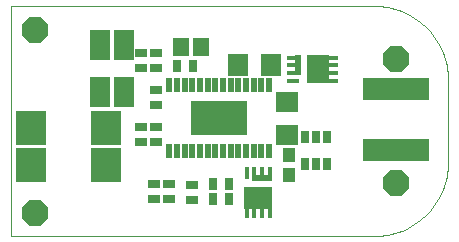
<source format=gts>
G75*
G70*
%OFA0B0*%
%FSLAX24Y24*%
%IPPOS*%
%LPD*%
%AMOC8*
5,1,8,0,0,1.08239X$1,22.5*
%
%ADD10C,0.0000*%
%ADD11R,0.0394X0.0316*%
%ADD12R,0.0552X0.0631*%
%ADD13R,0.2205X0.0768*%
%ADD14R,0.0749X0.0670*%
%ADD15R,0.0434X0.0473*%
%ADD16R,0.0316X0.0394*%
%ADD17R,0.0985X0.1142*%
%ADD18R,0.0670X0.0749*%
%ADD19R,0.0276X0.0394*%
%ADD20R,0.0217X0.0453*%
%ADD21R,0.1910X0.1119*%
%ADD22R,0.0178X0.0434*%
%ADD23R,0.0690X0.0197*%
%ADD24R,0.0946X0.0749*%
%ADD25R,0.0434X0.0178*%
%ADD26R,0.0197X0.0690*%
%ADD27R,0.0749X0.0946*%
%ADD28R,0.0650X0.1044*%
%ADD29OC8,0.0890*%
D10*
X000100Y000101D02*
X000100Y007779D01*
X012203Y007779D01*
X012320Y007776D01*
X012437Y007768D01*
X012554Y007754D01*
X012669Y007734D01*
X012784Y007710D01*
X012897Y007679D01*
X013009Y007643D01*
X013119Y007602D01*
X013227Y007556D01*
X013332Y007505D01*
X013435Y007449D01*
X013535Y007388D01*
X013632Y007322D01*
X013726Y007252D01*
X013817Y007177D01*
X013903Y007098D01*
X013986Y007015D01*
X014065Y006929D01*
X014140Y006838D01*
X014210Y006744D01*
X014276Y006647D01*
X014337Y006547D01*
X014393Y006444D01*
X014444Y006339D01*
X014490Y006231D01*
X014531Y006121D01*
X014567Y006009D01*
X014598Y005896D01*
X014622Y005781D01*
X014642Y005666D01*
X014656Y005549D01*
X014664Y005432D01*
X014667Y005315D01*
X014667Y002566D01*
X014664Y002449D01*
X014656Y002332D01*
X014642Y002215D01*
X014622Y002100D01*
X014598Y001985D01*
X014567Y001872D01*
X014531Y001760D01*
X014490Y001650D01*
X014444Y001542D01*
X014393Y001437D01*
X014337Y001334D01*
X014276Y001234D01*
X014210Y001137D01*
X014140Y001043D01*
X014065Y000952D01*
X013986Y000866D01*
X013903Y000783D01*
X013817Y000704D01*
X013726Y000629D01*
X013632Y000559D01*
X013535Y000493D01*
X013435Y000432D01*
X013332Y000376D01*
X013227Y000325D01*
X013119Y000279D01*
X013009Y000238D01*
X012897Y000202D01*
X012784Y000171D01*
X012669Y000147D01*
X012554Y000127D01*
X012437Y000113D01*
X012320Y000105D01*
X012203Y000102D01*
X012203Y000101D02*
X000100Y000101D01*
D11*
X004874Y001332D03*
X005385Y001332D03*
X006133Y001312D03*
X006133Y001824D03*
X005385Y001844D03*
X004874Y001844D03*
X004923Y003241D03*
X004431Y003241D03*
X004431Y003753D03*
X004923Y003753D03*
X004923Y004472D03*
X004923Y004983D03*
X004923Y005702D03*
X004431Y005702D03*
X004431Y006214D03*
X004923Y006214D03*
D12*
X005769Y006401D03*
X006439Y006401D03*
D13*
X012944Y004993D03*
X012944Y002985D03*
D14*
X009313Y003485D03*
X009313Y004588D03*
D15*
X009362Y002801D03*
X009362Y002132D03*
D16*
X007354Y001853D03*
X006842Y001853D03*
X006842Y001342D03*
X007354Y001342D03*
X006163Y005761D03*
X005651Y005761D03*
D17*
X003259Y003694D03*
X003259Y002464D03*
X000779Y002464D03*
X000779Y003694D03*
D18*
X007673Y005804D03*
X008775Y005804D03*
D19*
X009903Y003412D03*
X010277Y003412D03*
X010651Y003412D03*
X010651Y002507D03*
X010277Y002507D03*
X009903Y002507D03*
D20*
X008702Y002956D03*
X008446Y002956D03*
X008191Y002956D03*
X007935Y002956D03*
X007679Y002956D03*
X007423Y002956D03*
X007167Y002956D03*
X006911Y002956D03*
X006655Y002956D03*
X006399Y002956D03*
X006143Y002956D03*
X005887Y002956D03*
X005631Y002956D03*
X005376Y002956D03*
X005376Y005141D03*
X005631Y005141D03*
X005887Y005141D03*
X006143Y005141D03*
X006399Y005141D03*
X006655Y005141D03*
X006911Y005141D03*
X007167Y005141D03*
X007423Y005141D03*
X007679Y005141D03*
X007935Y005141D03*
X008191Y005141D03*
X008446Y005141D03*
X008702Y005141D03*
D21*
X007039Y004048D03*
D22*
X007954Y002198D03*
X008210Y002198D03*
X008466Y002198D03*
X008722Y002198D03*
X008722Y000899D03*
X008466Y000899D03*
X008210Y000899D03*
X007954Y000899D03*
D23*
X008466Y002040D03*
D24*
X008338Y001375D03*
D25*
X009500Y005288D03*
X009500Y005544D03*
X009500Y005800D03*
X009500Y006056D03*
X010799Y006056D03*
X010799Y005800D03*
X010799Y005544D03*
X010799Y005288D03*
D26*
X009657Y005800D03*
D27*
X010322Y005672D03*
D28*
X003860Y004905D03*
X003053Y004905D03*
X003053Y006460D03*
X003860Y006460D03*
D29*
X000887Y006991D03*
X000887Y000889D03*
X012944Y001873D03*
X012944Y006007D03*
M02*

</source>
